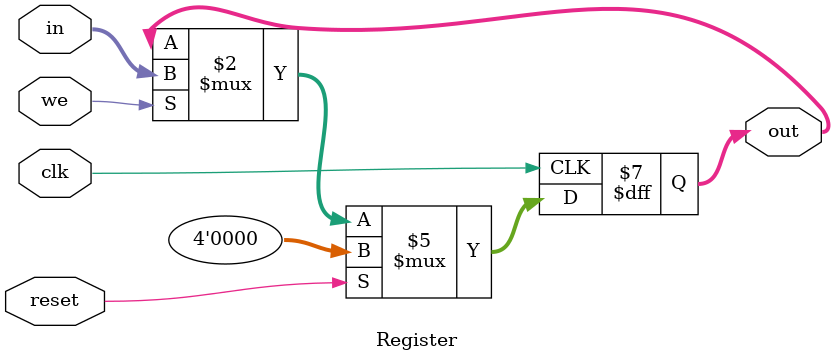
<source format=v>
module Register #(parameter W=4)(
	input clk, we, reset,
	input [W-1:0] in,
	output reg [W-1:0] out
);



	always@(posedge clk) begin
		if (reset)
			out<=0;
	
		else if (we)
			out<=in;

	
	end

endmodule


</source>
